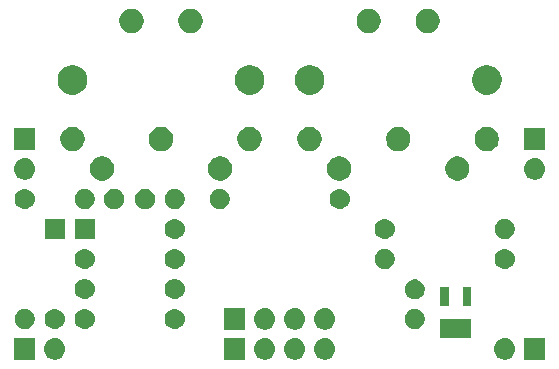
<source format=gbr>
G04 #@! TF.GenerationSoftware,KiCad,Pcbnew,(5.1.4)-1*
G04 #@! TF.CreationDate,2020-12-21T11:36:29-05:00*
G04 #@! TF.ProjectId,breadboard_midi,62726561-6462-46f6-9172-645f6d696469,rev?*
G04 #@! TF.SameCoordinates,Original*
G04 #@! TF.FileFunction,Soldermask,Top*
G04 #@! TF.FilePolarity,Negative*
%FSLAX46Y46*%
G04 Gerber Fmt 4.6, Leading zero omitted, Abs format (unit mm)*
G04 Created by KiCad (PCBNEW (5.1.4)-1) date 2020-12-21 11:36:29*
%MOMM*%
%LPD*%
G04 APERTURE LIST*
%ADD10C,0.100000*%
G04 APERTURE END LIST*
D10*
G36*
X171081000Y-115201000D02*
G01*
X169279000Y-115201000D01*
X169279000Y-113399000D01*
X171081000Y-113399000D01*
X171081000Y-115201000D01*
X171081000Y-115201000D01*
G37*
G36*
X167750443Y-113405519D02*
G01*
X167816627Y-113412037D01*
X167986466Y-113463557D01*
X168142991Y-113547222D01*
X168178729Y-113576552D01*
X168280186Y-113659814D01*
X168363448Y-113761271D01*
X168392778Y-113797009D01*
X168476443Y-113953534D01*
X168527963Y-114123373D01*
X168545359Y-114300000D01*
X168527963Y-114476627D01*
X168476443Y-114646466D01*
X168392778Y-114802991D01*
X168363448Y-114838729D01*
X168280186Y-114940186D01*
X168178729Y-115023448D01*
X168142991Y-115052778D01*
X167986466Y-115136443D01*
X167816627Y-115187963D01*
X167750442Y-115194482D01*
X167684260Y-115201000D01*
X167595740Y-115201000D01*
X167529558Y-115194482D01*
X167463373Y-115187963D01*
X167293534Y-115136443D01*
X167137009Y-115052778D01*
X167101271Y-115023448D01*
X166999814Y-114940186D01*
X166916552Y-114838729D01*
X166887222Y-114802991D01*
X166803557Y-114646466D01*
X166752037Y-114476627D01*
X166734641Y-114300000D01*
X166752037Y-114123373D01*
X166803557Y-113953534D01*
X166887222Y-113797009D01*
X166916552Y-113761271D01*
X166999814Y-113659814D01*
X167101271Y-113576552D01*
X167137009Y-113547222D01*
X167293534Y-113463557D01*
X167463373Y-113412037D01*
X167529557Y-113405519D01*
X167595740Y-113399000D01*
X167684260Y-113399000D01*
X167750443Y-113405519D01*
X167750443Y-113405519D01*
G37*
G36*
X145681000Y-115201000D02*
G01*
X143879000Y-115201000D01*
X143879000Y-113399000D01*
X145681000Y-113399000D01*
X145681000Y-115201000D01*
X145681000Y-115201000D01*
G37*
G36*
X147430443Y-113405519D02*
G01*
X147496627Y-113412037D01*
X147666466Y-113463557D01*
X147822991Y-113547222D01*
X147858729Y-113576552D01*
X147960186Y-113659814D01*
X148043448Y-113761271D01*
X148072778Y-113797009D01*
X148156443Y-113953534D01*
X148207963Y-114123373D01*
X148225359Y-114300000D01*
X148207963Y-114476627D01*
X148156443Y-114646466D01*
X148072778Y-114802991D01*
X148043448Y-114838729D01*
X147960186Y-114940186D01*
X147858729Y-115023448D01*
X147822991Y-115052778D01*
X147666466Y-115136443D01*
X147496627Y-115187963D01*
X147430442Y-115194482D01*
X147364260Y-115201000D01*
X147275740Y-115201000D01*
X147209558Y-115194482D01*
X147143373Y-115187963D01*
X146973534Y-115136443D01*
X146817009Y-115052778D01*
X146781271Y-115023448D01*
X146679814Y-114940186D01*
X146596552Y-114838729D01*
X146567222Y-114802991D01*
X146483557Y-114646466D01*
X146432037Y-114476627D01*
X146414641Y-114300000D01*
X146432037Y-114123373D01*
X146483557Y-113953534D01*
X146567222Y-113797009D01*
X146596552Y-113761271D01*
X146679814Y-113659814D01*
X146781271Y-113576552D01*
X146817009Y-113547222D01*
X146973534Y-113463557D01*
X147143373Y-113412037D01*
X147209557Y-113405519D01*
X147275740Y-113399000D01*
X147364260Y-113399000D01*
X147430443Y-113405519D01*
X147430443Y-113405519D01*
G37*
G36*
X149970443Y-113405519D02*
G01*
X150036627Y-113412037D01*
X150206466Y-113463557D01*
X150362991Y-113547222D01*
X150398729Y-113576552D01*
X150500186Y-113659814D01*
X150583448Y-113761271D01*
X150612778Y-113797009D01*
X150696443Y-113953534D01*
X150747963Y-114123373D01*
X150765359Y-114300000D01*
X150747963Y-114476627D01*
X150696443Y-114646466D01*
X150612778Y-114802991D01*
X150583448Y-114838729D01*
X150500186Y-114940186D01*
X150398729Y-115023448D01*
X150362991Y-115052778D01*
X150206466Y-115136443D01*
X150036627Y-115187963D01*
X149970442Y-115194482D01*
X149904260Y-115201000D01*
X149815740Y-115201000D01*
X149749558Y-115194482D01*
X149683373Y-115187963D01*
X149513534Y-115136443D01*
X149357009Y-115052778D01*
X149321271Y-115023448D01*
X149219814Y-114940186D01*
X149136552Y-114838729D01*
X149107222Y-114802991D01*
X149023557Y-114646466D01*
X148972037Y-114476627D01*
X148954641Y-114300000D01*
X148972037Y-114123373D01*
X149023557Y-113953534D01*
X149107222Y-113797009D01*
X149136552Y-113761271D01*
X149219814Y-113659814D01*
X149321271Y-113576552D01*
X149357009Y-113547222D01*
X149513534Y-113463557D01*
X149683373Y-113412037D01*
X149749557Y-113405519D01*
X149815740Y-113399000D01*
X149904260Y-113399000D01*
X149970443Y-113405519D01*
X149970443Y-113405519D01*
G37*
G36*
X127901000Y-115201000D02*
G01*
X126099000Y-115201000D01*
X126099000Y-113399000D01*
X127901000Y-113399000D01*
X127901000Y-115201000D01*
X127901000Y-115201000D01*
G37*
G36*
X129650443Y-113405519D02*
G01*
X129716627Y-113412037D01*
X129886466Y-113463557D01*
X130042991Y-113547222D01*
X130078729Y-113576552D01*
X130180186Y-113659814D01*
X130263448Y-113761271D01*
X130292778Y-113797009D01*
X130376443Y-113953534D01*
X130427963Y-114123373D01*
X130445359Y-114300000D01*
X130427963Y-114476627D01*
X130376443Y-114646466D01*
X130292778Y-114802991D01*
X130263448Y-114838729D01*
X130180186Y-114940186D01*
X130078729Y-115023448D01*
X130042991Y-115052778D01*
X129886466Y-115136443D01*
X129716627Y-115187963D01*
X129650442Y-115194482D01*
X129584260Y-115201000D01*
X129495740Y-115201000D01*
X129429558Y-115194482D01*
X129363373Y-115187963D01*
X129193534Y-115136443D01*
X129037009Y-115052778D01*
X129001271Y-115023448D01*
X128899814Y-114940186D01*
X128816552Y-114838729D01*
X128787222Y-114802991D01*
X128703557Y-114646466D01*
X128652037Y-114476627D01*
X128634641Y-114300000D01*
X128652037Y-114123373D01*
X128703557Y-113953534D01*
X128787222Y-113797009D01*
X128816552Y-113761271D01*
X128899814Y-113659814D01*
X129001271Y-113576552D01*
X129037009Y-113547222D01*
X129193534Y-113463557D01*
X129363373Y-113412037D01*
X129429557Y-113405519D01*
X129495740Y-113399000D01*
X129584260Y-113399000D01*
X129650443Y-113405519D01*
X129650443Y-113405519D01*
G37*
G36*
X152510443Y-113405519D02*
G01*
X152576627Y-113412037D01*
X152746466Y-113463557D01*
X152902991Y-113547222D01*
X152938729Y-113576552D01*
X153040186Y-113659814D01*
X153123448Y-113761271D01*
X153152778Y-113797009D01*
X153236443Y-113953534D01*
X153287963Y-114123373D01*
X153305359Y-114300000D01*
X153287963Y-114476627D01*
X153236443Y-114646466D01*
X153152778Y-114802991D01*
X153123448Y-114838729D01*
X153040186Y-114940186D01*
X152938729Y-115023448D01*
X152902991Y-115052778D01*
X152746466Y-115136443D01*
X152576627Y-115187963D01*
X152510442Y-115194482D01*
X152444260Y-115201000D01*
X152355740Y-115201000D01*
X152289558Y-115194482D01*
X152223373Y-115187963D01*
X152053534Y-115136443D01*
X151897009Y-115052778D01*
X151861271Y-115023448D01*
X151759814Y-114940186D01*
X151676552Y-114838729D01*
X151647222Y-114802991D01*
X151563557Y-114646466D01*
X151512037Y-114476627D01*
X151494641Y-114300000D01*
X151512037Y-114123373D01*
X151563557Y-113953534D01*
X151647222Y-113797009D01*
X151676552Y-113761271D01*
X151759814Y-113659814D01*
X151861271Y-113576552D01*
X151897009Y-113547222D01*
X152053534Y-113463557D01*
X152223373Y-113412037D01*
X152289557Y-113405519D01*
X152355740Y-113399000D01*
X152444260Y-113399000D01*
X152510443Y-113405519D01*
X152510443Y-113405519D01*
G37*
G36*
X164836000Y-113391000D02*
G01*
X162184000Y-113391000D01*
X162184000Y-111729000D01*
X164836000Y-111729000D01*
X164836000Y-113391000D01*
X164836000Y-113391000D01*
G37*
G36*
X145681000Y-112661000D02*
G01*
X143879000Y-112661000D01*
X143879000Y-110859000D01*
X145681000Y-110859000D01*
X145681000Y-112661000D01*
X145681000Y-112661000D01*
G37*
G36*
X147430442Y-110865518D02*
G01*
X147496627Y-110872037D01*
X147666466Y-110923557D01*
X147822991Y-111007222D01*
X147858729Y-111036552D01*
X147960186Y-111119814D01*
X148040369Y-111217519D01*
X148072778Y-111257009D01*
X148156443Y-111413534D01*
X148207963Y-111583373D01*
X148225359Y-111760000D01*
X148207963Y-111936627D01*
X148156443Y-112106466D01*
X148072778Y-112262991D01*
X148043448Y-112298729D01*
X147960186Y-112400186D01*
X147858729Y-112483448D01*
X147822991Y-112512778D01*
X147666466Y-112596443D01*
X147496627Y-112647963D01*
X147430442Y-112654482D01*
X147364260Y-112661000D01*
X147275740Y-112661000D01*
X147209558Y-112654482D01*
X147143373Y-112647963D01*
X146973534Y-112596443D01*
X146817009Y-112512778D01*
X146781271Y-112483448D01*
X146679814Y-112400186D01*
X146596552Y-112298729D01*
X146567222Y-112262991D01*
X146483557Y-112106466D01*
X146432037Y-111936627D01*
X146414641Y-111760000D01*
X146432037Y-111583373D01*
X146483557Y-111413534D01*
X146567222Y-111257009D01*
X146599631Y-111217519D01*
X146679814Y-111119814D01*
X146781271Y-111036552D01*
X146817009Y-111007222D01*
X146973534Y-110923557D01*
X147143373Y-110872037D01*
X147209558Y-110865518D01*
X147275740Y-110859000D01*
X147364260Y-110859000D01*
X147430442Y-110865518D01*
X147430442Y-110865518D01*
G37*
G36*
X149970442Y-110865518D02*
G01*
X150036627Y-110872037D01*
X150206466Y-110923557D01*
X150362991Y-111007222D01*
X150398729Y-111036552D01*
X150500186Y-111119814D01*
X150580369Y-111217519D01*
X150612778Y-111257009D01*
X150696443Y-111413534D01*
X150747963Y-111583373D01*
X150765359Y-111760000D01*
X150747963Y-111936627D01*
X150696443Y-112106466D01*
X150612778Y-112262991D01*
X150583448Y-112298729D01*
X150500186Y-112400186D01*
X150398729Y-112483448D01*
X150362991Y-112512778D01*
X150206466Y-112596443D01*
X150036627Y-112647963D01*
X149970442Y-112654482D01*
X149904260Y-112661000D01*
X149815740Y-112661000D01*
X149749558Y-112654482D01*
X149683373Y-112647963D01*
X149513534Y-112596443D01*
X149357009Y-112512778D01*
X149321271Y-112483448D01*
X149219814Y-112400186D01*
X149136552Y-112298729D01*
X149107222Y-112262991D01*
X149023557Y-112106466D01*
X148972037Y-111936627D01*
X148954641Y-111760000D01*
X148972037Y-111583373D01*
X149023557Y-111413534D01*
X149107222Y-111257009D01*
X149139631Y-111217519D01*
X149219814Y-111119814D01*
X149321271Y-111036552D01*
X149357009Y-111007222D01*
X149513534Y-110923557D01*
X149683373Y-110872037D01*
X149749558Y-110865518D01*
X149815740Y-110859000D01*
X149904260Y-110859000D01*
X149970442Y-110865518D01*
X149970442Y-110865518D01*
G37*
G36*
X152510442Y-110865518D02*
G01*
X152576627Y-110872037D01*
X152746466Y-110923557D01*
X152902991Y-111007222D01*
X152938729Y-111036552D01*
X153040186Y-111119814D01*
X153120369Y-111217519D01*
X153152778Y-111257009D01*
X153236443Y-111413534D01*
X153287963Y-111583373D01*
X153305359Y-111760000D01*
X153287963Y-111936627D01*
X153236443Y-112106466D01*
X153152778Y-112262991D01*
X153123448Y-112298729D01*
X153040186Y-112400186D01*
X152938729Y-112483448D01*
X152902991Y-112512778D01*
X152746466Y-112596443D01*
X152576627Y-112647963D01*
X152510442Y-112654482D01*
X152444260Y-112661000D01*
X152355740Y-112661000D01*
X152289558Y-112654482D01*
X152223373Y-112647963D01*
X152053534Y-112596443D01*
X151897009Y-112512778D01*
X151861271Y-112483448D01*
X151759814Y-112400186D01*
X151676552Y-112298729D01*
X151647222Y-112262991D01*
X151563557Y-112106466D01*
X151512037Y-111936627D01*
X151494641Y-111760000D01*
X151512037Y-111583373D01*
X151563557Y-111413534D01*
X151647222Y-111257009D01*
X151679631Y-111217519D01*
X151759814Y-111119814D01*
X151861271Y-111036552D01*
X151897009Y-111007222D01*
X152053534Y-110923557D01*
X152223373Y-110872037D01*
X152289558Y-110865518D01*
X152355740Y-110859000D01*
X152444260Y-110859000D01*
X152510442Y-110865518D01*
X152510442Y-110865518D01*
G37*
G36*
X127248228Y-110941703D02*
G01*
X127403100Y-111005853D01*
X127542481Y-111098985D01*
X127661015Y-111217519D01*
X127754147Y-111356900D01*
X127818297Y-111511772D01*
X127851000Y-111676184D01*
X127851000Y-111843816D01*
X127818297Y-112008228D01*
X127754147Y-112163100D01*
X127661015Y-112302481D01*
X127542481Y-112421015D01*
X127403100Y-112514147D01*
X127248228Y-112578297D01*
X127083816Y-112611000D01*
X126916184Y-112611000D01*
X126751772Y-112578297D01*
X126596900Y-112514147D01*
X126457519Y-112421015D01*
X126338985Y-112302481D01*
X126245853Y-112163100D01*
X126181703Y-112008228D01*
X126149000Y-111843816D01*
X126149000Y-111676184D01*
X126181703Y-111511772D01*
X126245853Y-111356900D01*
X126338985Y-111217519D01*
X126457519Y-111098985D01*
X126596900Y-111005853D01*
X126751772Y-110941703D01*
X126916184Y-110909000D01*
X127083816Y-110909000D01*
X127248228Y-110941703D01*
X127248228Y-110941703D01*
G37*
G36*
X129706823Y-110921313D02*
G01*
X129867242Y-110969976D01*
X129934361Y-111005852D01*
X130015078Y-111048996D01*
X130144659Y-111155341D01*
X130251004Y-111284922D01*
X130251005Y-111284924D01*
X130330024Y-111432758D01*
X130378687Y-111593177D01*
X130395117Y-111760000D01*
X130378687Y-111926823D01*
X130330024Y-112087242D01*
X130289477Y-112163100D01*
X130251004Y-112235078D01*
X130144659Y-112364659D01*
X130015078Y-112471004D01*
X130015076Y-112471005D01*
X129867242Y-112550024D01*
X129706823Y-112598687D01*
X129581804Y-112611000D01*
X129498196Y-112611000D01*
X129373177Y-112598687D01*
X129212758Y-112550024D01*
X129064924Y-112471005D01*
X129064922Y-112471004D01*
X128935341Y-112364659D01*
X128828996Y-112235078D01*
X128790523Y-112163100D01*
X128749976Y-112087242D01*
X128701313Y-111926823D01*
X128684883Y-111760000D01*
X128701313Y-111593177D01*
X128749976Y-111432758D01*
X128828995Y-111284924D01*
X128828996Y-111284922D01*
X128935341Y-111155341D01*
X129064922Y-111048996D01*
X129145639Y-111005852D01*
X129212758Y-110969976D01*
X129373177Y-110921313D01*
X129498196Y-110909000D01*
X129581804Y-110909000D01*
X129706823Y-110921313D01*
X129706823Y-110921313D01*
G37*
G36*
X160268228Y-110941703D02*
G01*
X160423100Y-111005853D01*
X160562481Y-111098985D01*
X160681015Y-111217519D01*
X160774147Y-111356900D01*
X160838297Y-111511772D01*
X160871000Y-111676184D01*
X160871000Y-111843816D01*
X160838297Y-112008228D01*
X160774147Y-112163100D01*
X160681015Y-112302481D01*
X160562481Y-112421015D01*
X160423100Y-112514147D01*
X160268228Y-112578297D01*
X160103816Y-112611000D01*
X159936184Y-112611000D01*
X159771772Y-112578297D01*
X159616900Y-112514147D01*
X159477519Y-112421015D01*
X159358985Y-112302481D01*
X159265853Y-112163100D01*
X159201703Y-112008228D01*
X159169000Y-111843816D01*
X159169000Y-111676184D01*
X159201703Y-111511772D01*
X159265853Y-111356900D01*
X159358985Y-111217519D01*
X159477519Y-111098985D01*
X159616900Y-111005853D01*
X159771772Y-110941703D01*
X159936184Y-110909000D01*
X160103816Y-110909000D01*
X160268228Y-110941703D01*
X160268228Y-110941703D01*
G37*
G36*
X139866823Y-110921313D02*
G01*
X140027242Y-110969976D01*
X140094361Y-111005852D01*
X140175078Y-111048996D01*
X140304659Y-111155341D01*
X140411004Y-111284922D01*
X140411005Y-111284924D01*
X140490024Y-111432758D01*
X140538687Y-111593177D01*
X140555117Y-111760000D01*
X140538687Y-111926823D01*
X140490024Y-112087242D01*
X140449477Y-112163100D01*
X140411004Y-112235078D01*
X140304659Y-112364659D01*
X140175078Y-112471004D01*
X140175076Y-112471005D01*
X140027242Y-112550024D01*
X139866823Y-112598687D01*
X139741804Y-112611000D01*
X139658196Y-112611000D01*
X139533177Y-112598687D01*
X139372758Y-112550024D01*
X139224924Y-112471005D01*
X139224922Y-112471004D01*
X139095341Y-112364659D01*
X138988996Y-112235078D01*
X138950523Y-112163100D01*
X138909976Y-112087242D01*
X138861313Y-111926823D01*
X138844883Y-111760000D01*
X138861313Y-111593177D01*
X138909976Y-111432758D01*
X138988995Y-111284924D01*
X138988996Y-111284922D01*
X139095341Y-111155341D01*
X139224922Y-111048996D01*
X139305639Y-111005852D01*
X139372758Y-110969976D01*
X139533177Y-110921313D01*
X139658196Y-110909000D01*
X139741804Y-110909000D01*
X139866823Y-110921313D01*
X139866823Y-110921313D01*
G37*
G36*
X132246823Y-110921313D02*
G01*
X132407242Y-110969976D01*
X132474361Y-111005852D01*
X132555078Y-111048996D01*
X132684659Y-111155341D01*
X132791004Y-111284922D01*
X132791005Y-111284924D01*
X132870024Y-111432758D01*
X132918687Y-111593177D01*
X132935117Y-111760000D01*
X132918687Y-111926823D01*
X132870024Y-112087242D01*
X132829477Y-112163100D01*
X132791004Y-112235078D01*
X132684659Y-112364659D01*
X132555078Y-112471004D01*
X132555076Y-112471005D01*
X132407242Y-112550024D01*
X132246823Y-112598687D01*
X132121804Y-112611000D01*
X132038196Y-112611000D01*
X131913177Y-112598687D01*
X131752758Y-112550024D01*
X131604924Y-112471005D01*
X131604922Y-112471004D01*
X131475341Y-112364659D01*
X131368996Y-112235078D01*
X131330523Y-112163100D01*
X131289976Y-112087242D01*
X131241313Y-111926823D01*
X131224883Y-111760000D01*
X131241313Y-111593177D01*
X131289976Y-111432758D01*
X131368995Y-111284924D01*
X131368996Y-111284922D01*
X131475341Y-111155341D01*
X131604922Y-111048996D01*
X131685639Y-111005852D01*
X131752758Y-110969976D01*
X131913177Y-110921313D01*
X132038196Y-110909000D01*
X132121804Y-110909000D01*
X132246823Y-110921313D01*
X132246823Y-110921313D01*
G37*
G36*
X162936000Y-110691000D02*
G01*
X162184000Y-110691000D01*
X162184000Y-109029000D01*
X162936000Y-109029000D01*
X162936000Y-110691000D01*
X162936000Y-110691000D01*
G37*
G36*
X164836000Y-110691000D02*
G01*
X164084000Y-110691000D01*
X164084000Y-109029000D01*
X164836000Y-109029000D01*
X164836000Y-110691000D01*
X164836000Y-110691000D01*
G37*
G36*
X160268228Y-108441703D02*
G01*
X160423100Y-108505853D01*
X160562481Y-108598985D01*
X160681015Y-108717519D01*
X160774147Y-108856900D01*
X160838297Y-109011772D01*
X160871000Y-109176184D01*
X160871000Y-109343816D01*
X160838297Y-109508228D01*
X160774147Y-109663100D01*
X160681015Y-109802481D01*
X160562481Y-109921015D01*
X160423100Y-110014147D01*
X160268228Y-110078297D01*
X160103816Y-110111000D01*
X159936184Y-110111000D01*
X159771772Y-110078297D01*
X159616900Y-110014147D01*
X159477519Y-109921015D01*
X159358985Y-109802481D01*
X159265853Y-109663100D01*
X159201703Y-109508228D01*
X159169000Y-109343816D01*
X159169000Y-109176184D01*
X159201703Y-109011772D01*
X159265853Y-108856900D01*
X159358985Y-108717519D01*
X159477519Y-108598985D01*
X159616900Y-108505853D01*
X159771772Y-108441703D01*
X159936184Y-108409000D01*
X160103816Y-108409000D01*
X160268228Y-108441703D01*
X160268228Y-108441703D01*
G37*
G36*
X132246823Y-108381313D02*
G01*
X132407242Y-108429976D01*
X132539906Y-108500886D01*
X132555078Y-108508996D01*
X132684659Y-108615341D01*
X132791004Y-108744922D01*
X132791005Y-108744924D01*
X132870024Y-108892758D01*
X132918687Y-109053177D01*
X132935117Y-109220000D01*
X132918687Y-109386823D01*
X132870024Y-109547242D01*
X132799114Y-109679906D01*
X132791004Y-109695078D01*
X132684659Y-109824659D01*
X132555078Y-109931004D01*
X132555076Y-109931005D01*
X132407242Y-110010024D01*
X132407239Y-110010025D01*
X132393647Y-110014148D01*
X132246823Y-110058687D01*
X132121804Y-110071000D01*
X132038196Y-110071000D01*
X131913177Y-110058687D01*
X131766353Y-110014148D01*
X131752761Y-110010025D01*
X131752758Y-110010024D01*
X131604924Y-109931005D01*
X131604922Y-109931004D01*
X131475341Y-109824659D01*
X131368996Y-109695078D01*
X131360886Y-109679906D01*
X131289976Y-109547242D01*
X131241313Y-109386823D01*
X131224883Y-109220000D01*
X131241313Y-109053177D01*
X131289976Y-108892758D01*
X131368995Y-108744924D01*
X131368996Y-108744922D01*
X131475341Y-108615341D01*
X131604922Y-108508996D01*
X131620094Y-108500886D01*
X131752758Y-108429976D01*
X131913177Y-108381313D01*
X132038196Y-108369000D01*
X132121804Y-108369000D01*
X132246823Y-108381313D01*
X132246823Y-108381313D01*
G37*
G36*
X139866823Y-108381313D02*
G01*
X140027242Y-108429976D01*
X140159906Y-108500886D01*
X140175078Y-108508996D01*
X140304659Y-108615341D01*
X140411004Y-108744922D01*
X140411005Y-108744924D01*
X140490024Y-108892758D01*
X140538687Y-109053177D01*
X140555117Y-109220000D01*
X140538687Y-109386823D01*
X140490024Y-109547242D01*
X140419114Y-109679906D01*
X140411004Y-109695078D01*
X140304659Y-109824659D01*
X140175078Y-109931004D01*
X140175076Y-109931005D01*
X140027242Y-110010024D01*
X140027239Y-110010025D01*
X140013647Y-110014148D01*
X139866823Y-110058687D01*
X139741804Y-110071000D01*
X139658196Y-110071000D01*
X139533177Y-110058687D01*
X139386353Y-110014148D01*
X139372761Y-110010025D01*
X139372758Y-110010024D01*
X139224924Y-109931005D01*
X139224922Y-109931004D01*
X139095341Y-109824659D01*
X138988996Y-109695078D01*
X138980886Y-109679906D01*
X138909976Y-109547242D01*
X138861313Y-109386823D01*
X138844883Y-109220000D01*
X138861313Y-109053177D01*
X138909976Y-108892758D01*
X138988995Y-108744924D01*
X138988996Y-108744922D01*
X139095341Y-108615341D01*
X139224922Y-108508996D01*
X139240094Y-108500886D01*
X139372758Y-108429976D01*
X139533177Y-108381313D01*
X139658196Y-108369000D01*
X139741804Y-108369000D01*
X139866823Y-108381313D01*
X139866823Y-108381313D01*
G37*
G36*
X139866823Y-105841313D02*
G01*
X140027242Y-105889976D01*
X140094361Y-105925852D01*
X140175078Y-105968996D01*
X140304659Y-106075341D01*
X140411004Y-106204922D01*
X140411005Y-106204924D01*
X140490024Y-106352758D01*
X140538687Y-106513177D01*
X140555117Y-106680000D01*
X140538687Y-106846823D01*
X140490024Y-107007242D01*
X140449477Y-107083100D01*
X140411004Y-107155078D01*
X140304659Y-107284659D01*
X140175078Y-107391004D01*
X140175076Y-107391005D01*
X140027242Y-107470024D01*
X139866823Y-107518687D01*
X139741804Y-107531000D01*
X139658196Y-107531000D01*
X139533177Y-107518687D01*
X139372758Y-107470024D01*
X139224924Y-107391005D01*
X139224922Y-107391004D01*
X139095341Y-107284659D01*
X138988996Y-107155078D01*
X138950523Y-107083100D01*
X138909976Y-107007242D01*
X138861313Y-106846823D01*
X138844883Y-106680000D01*
X138861313Y-106513177D01*
X138909976Y-106352758D01*
X138988995Y-106204924D01*
X138988996Y-106204922D01*
X139095341Y-106075341D01*
X139224922Y-105968996D01*
X139305639Y-105925852D01*
X139372758Y-105889976D01*
X139533177Y-105841313D01*
X139658196Y-105829000D01*
X139741804Y-105829000D01*
X139866823Y-105841313D01*
X139866823Y-105841313D01*
G37*
G36*
X167806823Y-105841313D02*
G01*
X167967242Y-105889976D01*
X168034361Y-105925852D01*
X168115078Y-105968996D01*
X168244659Y-106075341D01*
X168351004Y-106204922D01*
X168351005Y-106204924D01*
X168430024Y-106352758D01*
X168478687Y-106513177D01*
X168495117Y-106680000D01*
X168478687Y-106846823D01*
X168430024Y-107007242D01*
X168389477Y-107083100D01*
X168351004Y-107155078D01*
X168244659Y-107284659D01*
X168115078Y-107391004D01*
X168115076Y-107391005D01*
X167967242Y-107470024D01*
X167806823Y-107518687D01*
X167681804Y-107531000D01*
X167598196Y-107531000D01*
X167473177Y-107518687D01*
X167312758Y-107470024D01*
X167164924Y-107391005D01*
X167164922Y-107391004D01*
X167035341Y-107284659D01*
X166928996Y-107155078D01*
X166890523Y-107083100D01*
X166849976Y-107007242D01*
X166801313Y-106846823D01*
X166784883Y-106680000D01*
X166801313Y-106513177D01*
X166849976Y-106352758D01*
X166928995Y-106204924D01*
X166928996Y-106204922D01*
X167035341Y-106075341D01*
X167164922Y-105968996D01*
X167245639Y-105925852D01*
X167312758Y-105889976D01*
X167473177Y-105841313D01*
X167598196Y-105829000D01*
X167681804Y-105829000D01*
X167806823Y-105841313D01*
X167806823Y-105841313D01*
G37*
G36*
X132246823Y-105841313D02*
G01*
X132407242Y-105889976D01*
X132474361Y-105925852D01*
X132555078Y-105968996D01*
X132684659Y-106075341D01*
X132791004Y-106204922D01*
X132791005Y-106204924D01*
X132870024Y-106352758D01*
X132918687Y-106513177D01*
X132935117Y-106680000D01*
X132918687Y-106846823D01*
X132870024Y-107007242D01*
X132829477Y-107083100D01*
X132791004Y-107155078D01*
X132684659Y-107284659D01*
X132555078Y-107391004D01*
X132555076Y-107391005D01*
X132407242Y-107470024D01*
X132246823Y-107518687D01*
X132121804Y-107531000D01*
X132038196Y-107531000D01*
X131913177Y-107518687D01*
X131752758Y-107470024D01*
X131604924Y-107391005D01*
X131604922Y-107391004D01*
X131475341Y-107284659D01*
X131368996Y-107155078D01*
X131330523Y-107083100D01*
X131289976Y-107007242D01*
X131241313Y-106846823D01*
X131224883Y-106680000D01*
X131241313Y-106513177D01*
X131289976Y-106352758D01*
X131368995Y-106204924D01*
X131368996Y-106204922D01*
X131475341Y-106075341D01*
X131604922Y-105968996D01*
X131685639Y-105925852D01*
X131752758Y-105889976D01*
X131913177Y-105841313D01*
X132038196Y-105829000D01*
X132121804Y-105829000D01*
X132246823Y-105841313D01*
X132246823Y-105841313D01*
G37*
G36*
X157728228Y-105861703D02*
G01*
X157883100Y-105925853D01*
X158022481Y-106018985D01*
X158141015Y-106137519D01*
X158234147Y-106276900D01*
X158298297Y-106431772D01*
X158331000Y-106596184D01*
X158331000Y-106763816D01*
X158298297Y-106928228D01*
X158234147Y-107083100D01*
X158141015Y-107222481D01*
X158022481Y-107341015D01*
X157883100Y-107434147D01*
X157728228Y-107498297D01*
X157563816Y-107531000D01*
X157396184Y-107531000D01*
X157231772Y-107498297D01*
X157076900Y-107434147D01*
X156937519Y-107341015D01*
X156818985Y-107222481D01*
X156725853Y-107083100D01*
X156661703Y-106928228D01*
X156629000Y-106763816D01*
X156629000Y-106596184D01*
X156661703Y-106431772D01*
X156725853Y-106276900D01*
X156818985Y-106137519D01*
X156937519Y-106018985D01*
X157076900Y-105925853D01*
X157231772Y-105861703D01*
X157396184Y-105829000D01*
X157563816Y-105829000D01*
X157728228Y-105861703D01*
X157728228Y-105861703D01*
G37*
G36*
X132931000Y-104991000D02*
G01*
X131229000Y-104991000D01*
X131229000Y-103289000D01*
X132931000Y-103289000D01*
X132931000Y-104991000D01*
X132931000Y-104991000D01*
G37*
G36*
X167888228Y-103321703D02*
G01*
X168043100Y-103385853D01*
X168182481Y-103478985D01*
X168301015Y-103597519D01*
X168394147Y-103736900D01*
X168458297Y-103891772D01*
X168491000Y-104056184D01*
X168491000Y-104223816D01*
X168458297Y-104388228D01*
X168394147Y-104543100D01*
X168301015Y-104682481D01*
X168182481Y-104801015D01*
X168043100Y-104894147D01*
X167888228Y-104958297D01*
X167723816Y-104991000D01*
X167556184Y-104991000D01*
X167391772Y-104958297D01*
X167236900Y-104894147D01*
X167097519Y-104801015D01*
X166978985Y-104682481D01*
X166885853Y-104543100D01*
X166821703Y-104388228D01*
X166789000Y-104223816D01*
X166789000Y-104056184D01*
X166821703Y-103891772D01*
X166885853Y-103736900D01*
X166978985Y-103597519D01*
X167097519Y-103478985D01*
X167236900Y-103385853D01*
X167391772Y-103321703D01*
X167556184Y-103289000D01*
X167723816Y-103289000D01*
X167888228Y-103321703D01*
X167888228Y-103321703D01*
G37*
G36*
X130391000Y-104991000D02*
G01*
X128689000Y-104991000D01*
X128689000Y-103289000D01*
X130391000Y-103289000D01*
X130391000Y-104991000D01*
X130391000Y-104991000D01*
G37*
G36*
X139866823Y-103301313D02*
G01*
X140027242Y-103349976D01*
X140094361Y-103385852D01*
X140175078Y-103428996D01*
X140304659Y-103535341D01*
X140411004Y-103664922D01*
X140411005Y-103664924D01*
X140490024Y-103812758D01*
X140538687Y-103973177D01*
X140555117Y-104140000D01*
X140538687Y-104306823D01*
X140490024Y-104467242D01*
X140449477Y-104543100D01*
X140411004Y-104615078D01*
X140304659Y-104744659D01*
X140175078Y-104851004D01*
X140175076Y-104851005D01*
X140027242Y-104930024D01*
X139866823Y-104978687D01*
X139741804Y-104991000D01*
X139658196Y-104991000D01*
X139533177Y-104978687D01*
X139372758Y-104930024D01*
X139224924Y-104851005D01*
X139224922Y-104851004D01*
X139095341Y-104744659D01*
X138988996Y-104615078D01*
X138950523Y-104543100D01*
X138909976Y-104467242D01*
X138861313Y-104306823D01*
X138844883Y-104140000D01*
X138861313Y-103973177D01*
X138909976Y-103812758D01*
X138988995Y-103664924D01*
X138988996Y-103664922D01*
X139095341Y-103535341D01*
X139224922Y-103428996D01*
X139305639Y-103385852D01*
X139372758Y-103349976D01*
X139533177Y-103301313D01*
X139658196Y-103289000D01*
X139741804Y-103289000D01*
X139866823Y-103301313D01*
X139866823Y-103301313D01*
G37*
G36*
X157646823Y-103301313D02*
G01*
X157807242Y-103349976D01*
X157874361Y-103385852D01*
X157955078Y-103428996D01*
X158084659Y-103535341D01*
X158191004Y-103664922D01*
X158191005Y-103664924D01*
X158270024Y-103812758D01*
X158318687Y-103973177D01*
X158335117Y-104140000D01*
X158318687Y-104306823D01*
X158270024Y-104467242D01*
X158229477Y-104543100D01*
X158191004Y-104615078D01*
X158084659Y-104744659D01*
X157955078Y-104851004D01*
X157955076Y-104851005D01*
X157807242Y-104930024D01*
X157646823Y-104978687D01*
X157521804Y-104991000D01*
X157438196Y-104991000D01*
X157313177Y-104978687D01*
X157152758Y-104930024D01*
X157004924Y-104851005D01*
X157004922Y-104851004D01*
X156875341Y-104744659D01*
X156768996Y-104615078D01*
X156730523Y-104543100D01*
X156689976Y-104467242D01*
X156641313Y-104306823D01*
X156624883Y-104140000D01*
X156641313Y-103973177D01*
X156689976Y-103812758D01*
X156768995Y-103664924D01*
X156768996Y-103664922D01*
X156875341Y-103535341D01*
X157004922Y-103428996D01*
X157085639Y-103385852D01*
X157152758Y-103349976D01*
X157313177Y-103301313D01*
X157438196Y-103289000D01*
X157521804Y-103289000D01*
X157646823Y-103301313D01*
X157646823Y-103301313D01*
G37*
G36*
X153836823Y-100761313D02*
G01*
X153997242Y-100809976D01*
X154064361Y-100845852D01*
X154145078Y-100888996D01*
X154274659Y-100995341D01*
X154381004Y-101124922D01*
X154381005Y-101124924D01*
X154460024Y-101272758D01*
X154508687Y-101433177D01*
X154525117Y-101600000D01*
X154508687Y-101766823D01*
X154460024Y-101927242D01*
X154419477Y-102003100D01*
X154381004Y-102075078D01*
X154274659Y-102204659D01*
X154145078Y-102311004D01*
X154145076Y-102311005D01*
X153997242Y-102390024D01*
X153836823Y-102438687D01*
X153711804Y-102451000D01*
X153628196Y-102451000D01*
X153503177Y-102438687D01*
X153342758Y-102390024D01*
X153194924Y-102311005D01*
X153194922Y-102311004D01*
X153065341Y-102204659D01*
X152958996Y-102075078D01*
X152920523Y-102003100D01*
X152879976Y-101927242D01*
X152831313Y-101766823D01*
X152814883Y-101600000D01*
X152831313Y-101433177D01*
X152879976Y-101272758D01*
X152958995Y-101124924D01*
X152958996Y-101124922D01*
X153065341Y-100995341D01*
X153194922Y-100888996D01*
X153275639Y-100845852D01*
X153342758Y-100809976D01*
X153503177Y-100761313D01*
X153628196Y-100749000D01*
X153711804Y-100749000D01*
X153836823Y-100761313D01*
X153836823Y-100761313D01*
G37*
G36*
X143758228Y-100781703D02*
G01*
X143913100Y-100845853D01*
X144052481Y-100938985D01*
X144171015Y-101057519D01*
X144264147Y-101196900D01*
X144328297Y-101351772D01*
X144361000Y-101516184D01*
X144361000Y-101683816D01*
X144328297Y-101848228D01*
X144264147Y-102003100D01*
X144171015Y-102142481D01*
X144052481Y-102261015D01*
X143913100Y-102354147D01*
X143758228Y-102418297D01*
X143593816Y-102451000D01*
X143426184Y-102451000D01*
X143261772Y-102418297D01*
X143106900Y-102354147D01*
X142967519Y-102261015D01*
X142848985Y-102142481D01*
X142755853Y-102003100D01*
X142691703Y-101848228D01*
X142659000Y-101683816D01*
X142659000Y-101516184D01*
X142691703Y-101351772D01*
X142755853Y-101196900D01*
X142848985Y-101057519D01*
X142967519Y-100938985D01*
X143106900Y-100845853D01*
X143261772Y-100781703D01*
X143426184Y-100749000D01*
X143593816Y-100749000D01*
X143758228Y-100781703D01*
X143758228Y-100781703D01*
G37*
G36*
X139948228Y-100781703D02*
G01*
X140103100Y-100845853D01*
X140242481Y-100938985D01*
X140361015Y-101057519D01*
X140454147Y-101196900D01*
X140518297Y-101351772D01*
X140551000Y-101516184D01*
X140551000Y-101683816D01*
X140518297Y-101848228D01*
X140454147Y-102003100D01*
X140361015Y-102142481D01*
X140242481Y-102261015D01*
X140103100Y-102354147D01*
X139948228Y-102418297D01*
X139783816Y-102451000D01*
X139616184Y-102451000D01*
X139451772Y-102418297D01*
X139296900Y-102354147D01*
X139157519Y-102261015D01*
X139038985Y-102142481D01*
X138945853Y-102003100D01*
X138881703Y-101848228D01*
X138849000Y-101683816D01*
X138849000Y-101516184D01*
X138881703Y-101351772D01*
X138945853Y-101196900D01*
X139038985Y-101057519D01*
X139157519Y-100938985D01*
X139296900Y-100845853D01*
X139451772Y-100781703D01*
X139616184Y-100749000D01*
X139783816Y-100749000D01*
X139948228Y-100781703D01*
X139948228Y-100781703D01*
G37*
G36*
X137448228Y-100781703D02*
G01*
X137603100Y-100845853D01*
X137742481Y-100938985D01*
X137861015Y-101057519D01*
X137954147Y-101196900D01*
X138018297Y-101351772D01*
X138051000Y-101516184D01*
X138051000Y-101683816D01*
X138018297Y-101848228D01*
X137954147Y-102003100D01*
X137861015Y-102142481D01*
X137742481Y-102261015D01*
X137603100Y-102354147D01*
X137448228Y-102418297D01*
X137283816Y-102451000D01*
X137116184Y-102451000D01*
X136951772Y-102418297D01*
X136796900Y-102354147D01*
X136657519Y-102261015D01*
X136538985Y-102142481D01*
X136445853Y-102003100D01*
X136381703Y-101848228D01*
X136349000Y-101683816D01*
X136349000Y-101516184D01*
X136381703Y-101351772D01*
X136445853Y-101196900D01*
X136538985Y-101057519D01*
X136657519Y-100938985D01*
X136796900Y-100845853D01*
X136951772Y-100781703D01*
X137116184Y-100749000D01*
X137283816Y-100749000D01*
X137448228Y-100781703D01*
X137448228Y-100781703D01*
G37*
G36*
X132328228Y-100781703D02*
G01*
X132483100Y-100845853D01*
X132622481Y-100938985D01*
X132741015Y-101057519D01*
X132834147Y-101196900D01*
X132898297Y-101351772D01*
X132931000Y-101516184D01*
X132931000Y-101683816D01*
X132898297Y-101848228D01*
X132834147Y-102003100D01*
X132741015Y-102142481D01*
X132622481Y-102261015D01*
X132483100Y-102354147D01*
X132328228Y-102418297D01*
X132163816Y-102451000D01*
X131996184Y-102451000D01*
X131831772Y-102418297D01*
X131676900Y-102354147D01*
X131537519Y-102261015D01*
X131418985Y-102142481D01*
X131325853Y-102003100D01*
X131261703Y-101848228D01*
X131229000Y-101683816D01*
X131229000Y-101516184D01*
X131261703Y-101351772D01*
X131325853Y-101196900D01*
X131418985Y-101057519D01*
X131537519Y-100938985D01*
X131676900Y-100845853D01*
X131831772Y-100781703D01*
X131996184Y-100749000D01*
X132163816Y-100749000D01*
X132328228Y-100781703D01*
X132328228Y-100781703D01*
G37*
G36*
X127166823Y-100761313D02*
G01*
X127327242Y-100809976D01*
X127394361Y-100845852D01*
X127475078Y-100888996D01*
X127604659Y-100995341D01*
X127711004Y-101124922D01*
X127711005Y-101124924D01*
X127790024Y-101272758D01*
X127838687Y-101433177D01*
X127855117Y-101600000D01*
X127838687Y-101766823D01*
X127790024Y-101927242D01*
X127749477Y-102003100D01*
X127711004Y-102075078D01*
X127604659Y-102204659D01*
X127475078Y-102311004D01*
X127475076Y-102311005D01*
X127327242Y-102390024D01*
X127166823Y-102438687D01*
X127041804Y-102451000D01*
X126958196Y-102451000D01*
X126833177Y-102438687D01*
X126672758Y-102390024D01*
X126524924Y-102311005D01*
X126524922Y-102311004D01*
X126395341Y-102204659D01*
X126288996Y-102075078D01*
X126250523Y-102003100D01*
X126209976Y-101927242D01*
X126161313Y-101766823D01*
X126144883Y-101600000D01*
X126161313Y-101433177D01*
X126209976Y-101272758D01*
X126288995Y-101124924D01*
X126288996Y-101124922D01*
X126395341Y-100995341D01*
X126524922Y-100888996D01*
X126605639Y-100845852D01*
X126672758Y-100809976D01*
X126833177Y-100761313D01*
X126958196Y-100749000D01*
X127041804Y-100749000D01*
X127166823Y-100761313D01*
X127166823Y-100761313D01*
G37*
G36*
X134828228Y-100781703D02*
G01*
X134983100Y-100845853D01*
X135122481Y-100938985D01*
X135241015Y-101057519D01*
X135334147Y-101196900D01*
X135398297Y-101351772D01*
X135431000Y-101516184D01*
X135431000Y-101683816D01*
X135398297Y-101848228D01*
X135334147Y-102003100D01*
X135241015Y-102142481D01*
X135122481Y-102261015D01*
X134983100Y-102354147D01*
X134828228Y-102418297D01*
X134663816Y-102451000D01*
X134496184Y-102451000D01*
X134331772Y-102418297D01*
X134176900Y-102354147D01*
X134037519Y-102261015D01*
X133918985Y-102142481D01*
X133825853Y-102003100D01*
X133761703Y-101848228D01*
X133729000Y-101683816D01*
X133729000Y-101516184D01*
X133761703Y-101351772D01*
X133825853Y-101196900D01*
X133918985Y-101057519D01*
X134037519Y-100938985D01*
X134176900Y-100845853D01*
X134331772Y-100781703D01*
X134496184Y-100749000D01*
X134663816Y-100749000D01*
X134828228Y-100781703D01*
X134828228Y-100781703D01*
G37*
G36*
X143849272Y-98033428D02*
G01*
X144035991Y-98110770D01*
X144035993Y-98110771D01*
X144204037Y-98223054D01*
X144346946Y-98365963D01*
X144459229Y-98534007D01*
X144459230Y-98534009D01*
X144536572Y-98720728D01*
X144576000Y-98918947D01*
X144576000Y-99121053D01*
X144536572Y-99319272D01*
X144500454Y-99406468D01*
X144459229Y-99505993D01*
X144346946Y-99674037D01*
X144204037Y-99816946D01*
X144035993Y-99929229D01*
X144035992Y-99929230D01*
X144035991Y-99929230D01*
X143849272Y-100006572D01*
X143651053Y-100046000D01*
X143448947Y-100046000D01*
X143250728Y-100006572D01*
X143064009Y-99929230D01*
X143064008Y-99929230D01*
X143064007Y-99929229D01*
X142895963Y-99816946D01*
X142753054Y-99674037D01*
X142640771Y-99505993D01*
X142599546Y-99406468D01*
X142563428Y-99319272D01*
X142524000Y-99121053D01*
X142524000Y-98918947D01*
X142563428Y-98720728D01*
X142640770Y-98534009D01*
X142640771Y-98534007D01*
X142753054Y-98365963D01*
X142895963Y-98223054D01*
X143064007Y-98110771D01*
X143064009Y-98110770D01*
X143250728Y-98033428D01*
X143448947Y-97994000D01*
X143651053Y-97994000D01*
X143849272Y-98033428D01*
X143849272Y-98033428D01*
G37*
G36*
X133849272Y-98033428D02*
G01*
X134035991Y-98110770D01*
X134035993Y-98110771D01*
X134204037Y-98223054D01*
X134346946Y-98365963D01*
X134459229Y-98534007D01*
X134459230Y-98534009D01*
X134536572Y-98720728D01*
X134576000Y-98918947D01*
X134576000Y-99121053D01*
X134536572Y-99319272D01*
X134500454Y-99406468D01*
X134459229Y-99505993D01*
X134346946Y-99674037D01*
X134204037Y-99816946D01*
X134035993Y-99929229D01*
X134035992Y-99929230D01*
X134035991Y-99929230D01*
X133849272Y-100006572D01*
X133651053Y-100046000D01*
X133448947Y-100046000D01*
X133250728Y-100006572D01*
X133064009Y-99929230D01*
X133064008Y-99929230D01*
X133064007Y-99929229D01*
X132895963Y-99816946D01*
X132753054Y-99674037D01*
X132640771Y-99505993D01*
X132599546Y-99406468D01*
X132563428Y-99319272D01*
X132524000Y-99121053D01*
X132524000Y-98918947D01*
X132563428Y-98720728D01*
X132640770Y-98534009D01*
X132640771Y-98534007D01*
X132753054Y-98365963D01*
X132895963Y-98223054D01*
X133064007Y-98110771D01*
X133064009Y-98110770D01*
X133250728Y-98033428D01*
X133448947Y-97994000D01*
X133651053Y-97994000D01*
X133849272Y-98033428D01*
X133849272Y-98033428D01*
G37*
G36*
X163929272Y-98033428D02*
G01*
X164115991Y-98110770D01*
X164115993Y-98110771D01*
X164284037Y-98223054D01*
X164426946Y-98365963D01*
X164539229Y-98534007D01*
X164539230Y-98534009D01*
X164616572Y-98720728D01*
X164656000Y-98918947D01*
X164656000Y-99121053D01*
X164616572Y-99319272D01*
X164580454Y-99406468D01*
X164539229Y-99505993D01*
X164426946Y-99674037D01*
X164284037Y-99816946D01*
X164115993Y-99929229D01*
X164115992Y-99929230D01*
X164115991Y-99929230D01*
X163929272Y-100006572D01*
X163731053Y-100046000D01*
X163528947Y-100046000D01*
X163330728Y-100006572D01*
X163144009Y-99929230D01*
X163144008Y-99929230D01*
X163144007Y-99929229D01*
X162975963Y-99816946D01*
X162833054Y-99674037D01*
X162720771Y-99505993D01*
X162679546Y-99406468D01*
X162643428Y-99319272D01*
X162604000Y-99121053D01*
X162604000Y-98918947D01*
X162643428Y-98720728D01*
X162720770Y-98534009D01*
X162720771Y-98534007D01*
X162833054Y-98365963D01*
X162975963Y-98223054D01*
X163144007Y-98110771D01*
X163144009Y-98110770D01*
X163330728Y-98033428D01*
X163528947Y-97994000D01*
X163731053Y-97994000D01*
X163929272Y-98033428D01*
X163929272Y-98033428D01*
G37*
G36*
X153929272Y-98033428D02*
G01*
X154115991Y-98110770D01*
X154115993Y-98110771D01*
X154284037Y-98223054D01*
X154426946Y-98365963D01*
X154539229Y-98534007D01*
X154539230Y-98534009D01*
X154616572Y-98720728D01*
X154656000Y-98918947D01*
X154656000Y-99121053D01*
X154616572Y-99319272D01*
X154580454Y-99406468D01*
X154539229Y-99505993D01*
X154426946Y-99674037D01*
X154284037Y-99816946D01*
X154115993Y-99929229D01*
X154115992Y-99929230D01*
X154115991Y-99929230D01*
X153929272Y-100006572D01*
X153731053Y-100046000D01*
X153528947Y-100046000D01*
X153330728Y-100006572D01*
X153144009Y-99929230D01*
X153144008Y-99929230D01*
X153144007Y-99929229D01*
X152975963Y-99816946D01*
X152833054Y-99674037D01*
X152720771Y-99505993D01*
X152679546Y-99406468D01*
X152643428Y-99319272D01*
X152604000Y-99121053D01*
X152604000Y-98918947D01*
X152643428Y-98720728D01*
X152720770Y-98534009D01*
X152720771Y-98534007D01*
X152833054Y-98365963D01*
X152975963Y-98223054D01*
X153144007Y-98110771D01*
X153144009Y-98110770D01*
X153330728Y-98033428D01*
X153528947Y-97994000D01*
X153731053Y-97994000D01*
X153929272Y-98033428D01*
X153929272Y-98033428D01*
G37*
G36*
X127110443Y-98165519D02*
G01*
X127176627Y-98172037D01*
X127346466Y-98223557D01*
X127502991Y-98307222D01*
X127538729Y-98336552D01*
X127640186Y-98419814D01*
X127723448Y-98521271D01*
X127752778Y-98557009D01*
X127836443Y-98713534D01*
X127887963Y-98883373D01*
X127905359Y-99060000D01*
X127887963Y-99236627D01*
X127836443Y-99406466D01*
X127752778Y-99562991D01*
X127723448Y-99598729D01*
X127640186Y-99700186D01*
X127538729Y-99783448D01*
X127502991Y-99812778D01*
X127346466Y-99896443D01*
X127176627Y-99947963D01*
X127110443Y-99954481D01*
X127044260Y-99961000D01*
X126955740Y-99961000D01*
X126889557Y-99954481D01*
X126823373Y-99947963D01*
X126653534Y-99896443D01*
X126497009Y-99812778D01*
X126461271Y-99783448D01*
X126359814Y-99700186D01*
X126276552Y-99598729D01*
X126247222Y-99562991D01*
X126163557Y-99406466D01*
X126112037Y-99236627D01*
X126094641Y-99060000D01*
X126112037Y-98883373D01*
X126163557Y-98713534D01*
X126247222Y-98557009D01*
X126276552Y-98521271D01*
X126359814Y-98419814D01*
X126461271Y-98336552D01*
X126497009Y-98307222D01*
X126653534Y-98223557D01*
X126823373Y-98172037D01*
X126889557Y-98165519D01*
X126955740Y-98159000D01*
X127044260Y-98159000D01*
X127110443Y-98165519D01*
X127110443Y-98165519D01*
G37*
G36*
X170290443Y-98165519D02*
G01*
X170356627Y-98172037D01*
X170526466Y-98223557D01*
X170682991Y-98307222D01*
X170718729Y-98336552D01*
X170820186Y-98419814D01*
X170903448Y-98521271D01*
X170932778Y-98557009D01*
X171016443Y-98713534D01*
X171067963Y-98883373D01*
X171085359Y-99060000D01*
X171067963Y-99236627D01*
X171016443Y-99406466D01*
X170932778Y-99562991D01*
X170903448Y-99598729D01*
X170820186Y-99700186D01*
X170718729Y-99783448D01*
X170682991Y-99812778D01*
X170526466Y-99896443D01*
X170356627Y-99947963D01*
X170290443Y-99954481D01*
X170224260Y-99961000D01*
X170135740Y-99961000D01*
X170069557Y-99954481D01*
X170003373Y-99947963D01*
X169833534Y-99896443D01*
X169677009Y-99812778D01*
X169641271Y-99783448D01*
X169539814Y-99700186D01*
X169456552Y-99598729D01*
X169427222Y-99562991D01*
X169343557Y-99406466D01*
X169292037Y-99236627D01*
X169274641Y-99060000D01*
X169292037Y-98883373D01*
X169343557Y-98713534D01*
X169427222Y-98557009D01*
X169456552Y-98521271D01*
X169539814Y-98419814D01*
X169641271Y-98336552D01*
X169677009Y-98307222D01*
X169833534Y-98223557D01*
X170003373Y-98172037D01*
X170069557Y-98165519D01*
X170135740Y-98159000D01*
X170224260Y-98159000D01*
X170290443Y-98165519D01*
X170290443Y-98165519D01*
G37*
G36*
X158929272Y-95533428D02*
G01*
X159115991Y-95610770D01*
X159115993Y-95610771D01*
X159284037Y-95723054D01*
X159426946Y-95865963D01*
X159539229Y-96034007D01*
X159539230Y-96034009D01*
X159616572Y-96220728D01*
X159656000Y-96418947D01*
X159656000Y-96621053D01*
X159616572Y-96819272D01*
X159539230Y-97005991D01*
X159539229Y-97005993D01*
X159426946Y-97174037D01*
X159284037Y-97316946D01*
X159115993Y-97429229D01*
X159115992Y-97429230D01*
X159115991Y-97429230D01*
X158929272Y-97506572D01*
X158731053Y-97546000D01*
X158528947Y-97546000D01*
X158330728Y-97506572D01*
X158144009Y-97429230D01*
X158144008Y-97429230D01*
X158144007Y-97429229D01*
X157975963Y-97316946D01*
X157833054Y-97174037D01*
X157720771Y-97005993D01*
X157720770Y-97005991D01*
X157643428Y-96819272D01*
X157604000Y-96621053D01*
X157604000Y-96418947D01*
X157643428Y-96220728D01*
X157720770Y-96034009D01*
X157720771Y-96034007D01*
X157833054Y-95865963D01*
X157975963Y-95723054D01*
X158144007Y-95610771D01*
X158144009Y-95610770D01*
X158330728Y-95533428D01*
X158528947Y-95494000D01*
X158731053Y-95494000D01*
X158929272Y-95533428D01*
X158929272Y-95533428D01*
G37*
G36*
X166429272Y-95533428D02*
G01*
X166615991Y-95610770D01*
X166615993Y-95610771D01*
X166784037Y-95723054D01*
X166926946Y-95865963D01*
X167039229Y-96034007D01*
X167039230Y-96034009D01*
X167116572Y-96220728D01*
X167156000Y-96418947D01*
X167156000Y-96621053D01*
X167116572Y-96819272D01*
X167039230Y-97005991D01*
X167039229Y-97005993D01*
X166926946Y-97174037D01*
X166784037Y-97316946D01*
X166615993Y-97429229D01*
X166615992Y-97429230D01*
X166615991Y-97429230D01*
X166429272Y-97506572D01*
X166231053Y-97546000D01*
X166028947Y-97546000D01*
X165830728Y-97506572D01*
X165644009Y-97429230D01*
X165644008Y-97429230D01*
X165644007Y-97429229D01*
X165475963Y-97316946D01*
X165333054Y-97174037D01*
X165220771Y-97005993D01*
X165220770Y-97005991D01*
X165143428Y-96819272D01*
X165104000Y-96621053D01*
X165104000Y-96418947D01*
X165143428Y-96220728D01*
X165220770Y-96034009D01*
X165220771Y-96034007D01*
X165333054Y-95865963D01*
X165475963Y-95723054D01*
X165644007Y-95610771D01*
X165644009Y-95610770D01*
X165830728Y-95533428D01*
X166028947Y-95494000D01*
X166231053Y-95494000D01*
X166429272Y-95533428D01*
X166429272Y-95533428D01*
G37*
G36*
X151429272Y-95533428D02*
G01*
X151615991Y-95610770D01*
X151615993Y-95610771D01*
X151784037Y-95723054D01*
X151926946Y-95865963D01*
X152039229Y-96034007D01*
X152039230Y-96034009D01*
X152116572Y-96220728D01*
X152156000Y-96418947D01*
X152156000Y-96621053D01*
X152116572Y-96819272D01*
X152039230Y-97005991D01*
X152039229Y-97005993D01*
X151926946Y-97174037D01*
X151784037Y-97316946D01*
X151615993Y-97429229D01*
X151615992Y-97429230D01*
X151615991Y-97429230D01*
X151429272Y-97506572D01*
X151231053Y-97546000D01*
X151028947Y-97546000D01*
X150830728Y-97506572D01*
X150644009Y-97429230D01*
X150644008Y-97429230D01*
X150644007Y-97429229D01*
X150475963Y-97316946D01*
X150333054Y-97174037D01*
X150220771Y-97005993D01*
X150220770Y-97005991D01*
X150143428Y-96819272D01*
X150104000Y-96621053D01*
X150104000Y-96418947D01*
X150143428Y-96220728D01*
X150220770Y-96034009D01*
X150220771Y-96034007D01*
X150333054Y-95865963D01*
X150475963Y-95723054D01*
X150644007Y-95610771D01*
X150644009Y-95610770D01*
X150830728Y-95533428D01*
X151028947Y-95494000D01*
X151231053Y-95494000D01*
X151429272Y-95533428D01*
X151429272Y-95533428D01*
G37*
G36*
X146349272Y-95533428D02*
G01*
X146535991Y-95610770D01*
X146535993Y-95610771D01*
X146704037Y-95723054D01*
X146846946Y-95865963D01*
X146959229Y-96034007D01*
X146959230Y-96034009D01*
X147036572Y-96220728D01*
X147076000Y-96418947D01*
X147076000Y-96621053D01*
X147036572Y-96819272D01*
X146959230Y-97005991D01*
X146959229Y-97005993D01*
X146846946Y-97174037D01*
X146704037Y-97316946D01*
X146535993Y-97429229D01*
X146535992Y-97429230D01*
X146535991Y-97429230D01*
X146349272Y-97506572D01*
X146151053Y-97546000D01*
X145948947Y-97546000D01*
X145750728Y-97506572D01*
X145564009Y-97429230D01*
X145564008Y-97429230D01*
X145564007Y-97429229D01*
X145395963Y-97316946D01*
X145253054Y-97174037D01*
X145140771Y-97005993D01*
X145140770Y-97005991D01*
X145063428Y-96819272D01*
X145024000Y-96621053D01*
X145024000Y-96418947D01*
X145063428Y-96220728D01*
X145140770Y-96034009D01*
X145140771Y-96034007D01*
X145253054Y-95865963D01*
X145395963Y-95723054D01*
X145564007Y-95610771D01*
X145564009Y-95610770D01*
X145750728Y-95533428D01*
X145948947Y-95494000D01*
X146151053Y-95494000D01*
X146349272Y-95533428D01*
X146349272Y-95533428D01*
G37*
G36*
X131349272Y-95533428D02*
G01*
X131535991Y-95610770D01*
X131535993Y-95610771D01*
X131704037Y-95723054D01*
X131846946Y-95865963D01*
X131959229Y-96034007D01*
X131959230Y-96034009D01*
X132036572Y-96220728D01*
X132076000Y-96418947D01*
X132076000Y-96621053D01*
X132036572Y-96819272D01*
X131959230Y-97005991D01*
X131959229Y-97005993D01*
X131846946Y-97174037D01*
X131704037Y-97316946D01*
X131535993Y-97429229D01*
X131535992Y-97429230D01*
X131535991Y-97429230D01*
X131349272Y-97506572D01*
X131151053Y-97546000D01*
X130948947Y-97546000D01*
X130750728Y-97506572D01*
X130564009Y-97429230D01*
X130564008Y-97429230D01*
X130564007Y-97429229D01*
X130395963Y-97316946D01*
X130253054Y-97174037D01*
X130140771Y-97005993D01*
X130140770Y-97005991D01*
X130063428Y-96819272D01*
X130024000Y-96621053D01*
X130024000Y-96418947D01*
X130063428Y-96220728D01*
X130140770Y-96034009D01*
X130140771Y-96034007D01*
X130253054Y-95865963D01*
X130395963Y-95723054D01*
X130564007Y-95610771D01*
X130564009Y-95610770D01*
X130750728Y-95533428D01*
X130948947Y-95494000D01*
X131151053Y-95494000D01*
X131349272Y-95533428D01*
X131349272Y-95533428D01*
G37*
G36*
X138849272Y-95533428D02*
G01*
X139035991Y-95610770D01*
X139035993Y-95610771D01*
X139204037Y-95723054D01*
X139346946Y-95865963D01*
X139459229Y-96034007D01*
X139459230Y-96034009D01*
X139536572Y-96220728D01*
X139576000Y-96418947D01*
X139576000Y-96621053D01*
X139536572Y-96819272D01*
X139459230Y-97005991D01*
X139459229Y-97005993D01*
X139346946Y-97174037D01*
X139204037Y-97316946D01*
X139035993Y-97429229D01*
X139035992Y-97429230D01*
X139035991Y-97429230D01*
X138849272Y-97506572D01*
X138651053Y-97546000D01*
X138448947Y-97546000D01*
X138250728Y-97506572D01*
X138064009Y-97429230D01*
X138064008Y-97429230D01*
X138064007Y-97429229D01*
X137895963Y-97316946D01*
X137753054Y-97174037D01*
X137640771Y-97005993D01*
X137640770Y-97005991D01*
X137563428Y-96819272D01*
X137524000Y-96621053D01*
X137524000Y-96418947D01*
X137563428Y-96220728D01*
X137640770Y-96034009D01*
X137640771Y-96034007D01*
X137753054Y-95865963D01*
X137895963Y-95723054D01*
X138064007Y-95610771D01*
X138064009Y-95610770D01*
X138250728Y-95533428D01*
X138448947Y-95494000D01*
X138651053Y-95494000D01*
X138849272Y-95533428D01*
X138849272Y-95533428D01*
G37*
G36*
X127901000Y-97421000D02*
G01*
X126099000Y-97421000D01*
X126099000Y-95619000D01*
X127901000Y-95619000D01*
X127901000Y-97421000D01*
X127901000Y-97421000D01*
G37*
G36*
X171081000Y-97421000D02*
G01*
X169279000Y-97421000D01*
X169279000Y-95619000D01*
X171081000Y-95619000D01*
X171081000Y-97421000D01*
X171081000Y-97421000D01*
G37*
G36*
X151494903Y-90317075D02*
G01*
X151722571Y-90411378D01*
X151927466Y-90548285D01*
X152101715Y-90722534D01*
X152238622Y-90927429D01*
X152332925Y-91155097D01*
X152381000Y-91396787D01*
X152381000Y-91643213D01*
X152332925Y-91884903D01*
X152238622Y-92112571D01*
X152101715Y-92317466D01*
X151927466Y-92491715D01*
X151722571Y-92628622D01*
X151722570Y-92628623D01*
X151722569Y-92628623D01*
X151494903Y-92722925D01*
X151253214Y-92771000D01*
X151006786Y-92771000D01*
X150765097Y-92722925D01*
X150537431Y-92628623D01*
X150537430Y-92628623D01*
X150537429Y-92628622D01*
X150332534Y-92491715D01*
X150158285Y-92317466D01*
X150021378Y-92112571D01*
X149927075Y-91884903D01*
X149879000Y-91643213D01*
X149879000Y-91396787D01*
X149927075Y-91155097D01*
X150021378Y-90927429D01*
X150158285Y-90722534D01*
X150332534Y-90548285D01*
X150537429Y-90411378D01*
X150765097Y-90317075D01*
X151006786Y-90269000D01*
X151253214Y-90269000D01*
X151494903Y-90317075D01*
X151494903Y-90317075D01*
G37*
G36*
X131414903Y-90317075D02*
G01*
X131642571Y-90411378D01*
X131847466Y-90548285D01*
X132021715Y-90722534D01*
X132158622Y-90927429D01*
X132252925Y-91155097D01*
X132301000Y-91396787D01*
X132301000Y-91643213D01*
X132252925Y-91884903D01*
X132158622Y-92112571D01*
X132021715Y-92317466D01*
X131847466Y-92491715D01*
X131642571Y-92628622D01*
X131642570Y-92628623D01*
X131642569Y-92628623D01*
X131414903Y-92722925D01*
X131173214Y-92771000D01*
X130926786Y-92771000D01*
X130685097Y-92722925D01*
X130457431Y-92628623D01*
X130457430Y-92628623D01*
X130457429Y-92628622D01*
X130252534Y-92491715D01*
X130078285Y-92317466D01*
X129941378Y-92112571D01*
X129847075Y-91884903D01*
X129799000Y-91643213D01*
X129799000Y-91396787D01*
X129847075Y-91155097D01*
X129941378Y-90927429D01*
X130078285Y-90722534D01*
X130252534Y-90548285D01*
X130457429Y-90411378D01*
X130685097Y-90317075D01*
X130926786Y-90269000D01*
X131173214Y-90269000D01*
X131414903Y-90317075D01*
X131414903Y-90317075D01*
G37*
G36*
X146414903Y-90317075D02*
G01*
X146642571Y-90411378D01*
X146847466Y-90548285D01*
X147021715Y-90722534D01*
X147158622Y-90927429D01*
X147252925Y-91155097D01*
X147301000Y-91396787D01*
X147301000Y-91643213D01*
X147252925Y-91884903D01*
X147158622Y-92112571D01*
X147021715Y-92317466D01*
X146847466Y-92491715D01*
X146642571Y-92628622D01*
X146642570Y-92628623D01*
X146642569Y-92628623D01*
X146414903Y-92722925D01*
X146173214Y-92771000D01*
X145926786Y-92771000D01*
X145685097Y-92722925D01*
X145457431Y-92628623D01*
X145457430Y-92628623D01*
X145457429Y-92628622D01*
X145252534Y-92491715D01*
X145078285Y-92317466D01*
X144941378Y-92112571D01*
X144847075Y-91884903D01*
X144799000Y-91643213D01*
X144799000Y-91396787D01*
X144847075Y-91155097D01*
X144941378Y-90927429D01*
X145078285Y-90722534D01*
X145252534Y-90548285D01*
X145457429Y-90411378D01*
X145685097Y-90317075D01*
X145926786Y-90269000D01*
X146173214Y-90269000D01*
X146414903Y-90317075D01*
X146414903Y-90317075D01*
G37*
G36*
X166494903Y-90317075D02*
G01*
X166722571Y-90411378D01*
X166927466Y-90548285D01*
X167101715Y-90722534D01*
X167238622Y-90927429D01*
X167332925Y-91155097D01*
X167381000Y-91396787D01*
X167381000Y-91643213D01*
X167332925Y-91884903D01*
X167238622Y-92112571D01*
X167101715Y-92317466D01*
X166927466Y-92491715D01*
X166722571Y-92628622D01*
X166722570Y-92628623D01*
X166722569Y-92628623D01*
X166494903Y-92722925D01*
X166253214Y-92771000D01*
X166006786Y-92771000D01*
X165765097Y-92722925D01*
X165537431Y-92628623D01*
X165537430Y-92628623D01*
X165537429Y-92628622D01*
X165332534Y-92491715D01*
X165158285Y-92317466D01*
X165021378Y-92112571D01*
X164927075Y-91884903D01*
X164879000Y-91643213D01*
X164879000Y-91396787D01*
X164927075Y-91155097D01*
X165021378Y-90927429D01*
X165158285Y-90722534D01*
X165332534Y-90548285D01*
X165537429Y-90411378D01*
X165765097Y-90317075D01*
X166006786Y-90269000D01*
X166253214Y-90269000D01*
X166494903Y-90317075D01*
X166494903Y-90317075D01*
G37*
G36*
X141349272Y-85533428D02*
G01*
X141535991Y-85610770D01*
X141535993Y-85610771D01*
X141704037Y-85723054D01*
X141846946Y-85865963D01*
X141959229Y-86034007D01*
X141959230Y-86034009D01*
X142036572Y-86220728D01*
X142076000Y-86418947D01*
X142076000Y-86621053D01*
X142036572Y-86819272D01*
X141959230Y-87005991D01*
X141959229Y-87005993D01*
X141846946Y-87174037D01*
X141704037Y-87316946D01*
X141535993Y-87429229D01*
X141535992Y-87429230D01*
X141535991Y-87429230D01*
X141349272Y-87506572D01*
X141151053Y-87546000D01*
X140948947Y-87546000D01*
X140750728Y-87506572D01*
X140564009Y-87429230D01*
X140564008Y-87429230D01*
X140564007Y-87429229D01*
X140395963Y-87316946D01*
X140253054Y-87174037D01*
X140140771Y-87005993D01*
X140140770Y-87005991D01*
X140063428Y-86819272D01*
X140024000Y-86621053D01*
X140024000Y-86418947D01*
X140063428Y-86220728D01*
X140140770Y-86034009D01*
X140140771Y-86034007D01*
X140253054Y-85865963D01*
X140395963Y-85723054D01*
X140564007Y-85610771D01*
X140564009Y-85610770D01*
X140750728Y-85533428D01*
X140948947Y-85494000D01*
X141151053Y-85494000D01*
X141349272Y-85533428D01*
X141349272Y-85533428D01*
G37*
G36*
X136349272Y-85533428D02*
G01*
X136535991Y-85610770D01*
X136535993Y-85610771D01*
X136704037Y-85723054D01*
X136846946Y-85865963D01*
X136959229Y-86034007D01*
X136959230Y-86034009D01*
X137036572Y-86220728D01*
X137076000Y-86418947D01*
X137076000Y-86621053D01*
X137036572Y-86819272D01*
X136959230Y-87005991D01*
X136959229Y-87005993D01*
X136846946Y-87174037D01*
X136704037Y-87316946D01*
X136535993Y-87429229D01*
X136535992Y-87429230D01*
X136535991Y-87429230D01*
X136349272Y-87506572D01*
X136151053Y-87546000D01*
X135948947Y-87546000D01*
X135750728Y-87506572D01*
X135564009Y-87429230D01*
X135564008Y-87429230D01*
X135564007Y-87429229D01*
X135395963Y-87316946D01*
X135253054Y-87174037D01*
X135140771Y-87005993D01*
X135140770Y-87005991D01*
X135063428Y-86819272D01*
X135024000Y-86621053D01*
X135024000Y-86418947D01*
X135063428Y-86220728D01*
X135140770Y-86034009D01*
X135140771Y-86034007D01*
X135253054Y-85865963D01*
X135395963Y-85723054D01*
X135564007Y-85610771D01*
X135564009Y-85610770D01*
X135750728Y-85533428D01*
X135948947Y-85494000D01*
X136151053Y-85494000D01*
X136349272Y-85533428D01*
X136349272Y-85533428D01*
G37*
G36*
X161429272Y-85533428D02*
G01*
X161615991Y-85610770D01*
X161615993Y-85610771D01*
X161784037Y-85723054D01*
X161926946Y-85865963D01*
X162039229Y-86034007D01*
X162039230Y-86034009D01*
X162116572Y-86220728D01*
X162156000Y-86418947D01*
X162156000Y-86621053D01*
X162116572Y-86819272D01*
X162039230Y-87005991D01*
X162039229Y-87005993D01*
X161926946Y-87174037D01*
X161784037Y-87316946D01*
X161615993Y-87429229D01*
X161615992Y-87429230D01*
X161615991Y-87429230D01*
X161429272Y-87506572D01*
X161231053Y-87546000D01*
X161028947Y-87546000D01*
X160830728Y-87506572D01*
X160644009Y-87429230D01*
X160644008Y-87429230D01*
X160644007Y-87429229D01*
X160475963Y-87316946D01*
X160333054Y-87174037D01*
X160220771Y-87005993D01*
X160220770Y-87005991D01*
X160143428Y-86819272D01*
X160104000Y-86621053D01*
X160104000Y-86418947D01*
X160143428Y-86220728D01*
X160220770Y-86034009D01*
X160220771Y-86034007D01*
X160333054Y-85865963D01*
X160475963Y-85723054D01*
X160644007Y-85610771D01*
X160644009Y-85610770D01*
X160830728Y-85533428D01*
X161028947Y-85494000D01*
X161231053Y-85494000D01*
X161429272Y-85533428D01*
X161429272Y-85533428D01*
G37*
G36*
X156429272Y-85533428D02*
G01*
X156615991Y-85610770D01*
X156615993Y-85610771D01*
X156784037Y-85723054D01*
X156926946Y-85865963D01*
X157039229Y-86034007D01*
X157039230Y-86034009D01*
X157116572Y-86220728D01*
X157156000Y-86418947D01*
X157156000Y-86621053D01*
X157116572Y-86819272D01*
X157039230Y-87005991D01*
X157039229Y-87005993D01*
X156926946Y-87174037D01*
X156784037Y-87316946D01*
X156615993Y-87429229D01*
X156615992Y-87429230D01*
X156615991Y-87429230D01*
X156429272Y-87506572D01*
X156231053Y-87546000D01*
X156028947Y-87546000D01*
X155830728Y-87506572D01*
X155644009Y-87429230D01*
X155644008Y-87429230D01*
X155644007Y-87429229D01*
X155475963Y-87316946D01*
X155333054Y-87174037D01*
X155220771Y-87005993D01*
X155220770Y-87005991D01*
X155143428Y-86819272D01*
X155104000Y-86621053D01*
X155104000Y-86418947D01*
X155143428Y-86220728D01*
X155220770Y-86034009D01*
X155220771Y-86034007D01*
X155333054Y-85865963D01*
X155475963Y-85723054D01*
X155644007Y-85610771D01*
X155644009Y-85610770D01*
X155830728Y-85533428D01*
X156028947Y-85494000D01*
X156231053Y-85494000D01*
X156429272Y-85533428D01*
X156429272Y-85533428D01*
G37*
M02*

</source>
